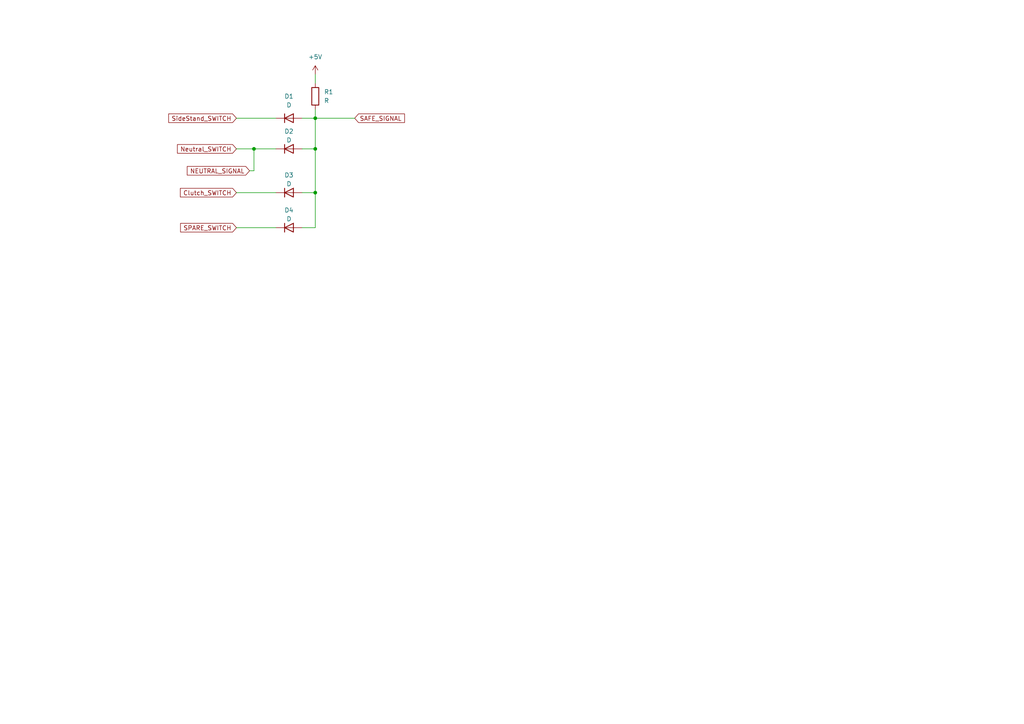
<source format=kicad_sch>
(kicad_sch (version 20230121) (generator eeschema)
  (paper "A4")
  (lib_symbols
    (symbol "Device:D" (pin_numbers hide) (pin_names (offset 1.016) hide)
      (property "Reference" "D" (at 0 2.54 0))
      (property "Value" "D" (at 0 -2.54 0))
      (symbol "D_0_1"
        (polyline (pts (xy -1.27 1.27) (xy -1.27 -1.27)) (stroke (width 0.254)))
        (polyline (pts (xy 1.27 0) (xy -1.27 0)))
        (polyline (pts (xy 1.27 1.27) (xy 1.27 -1.27) (xy -1.27 0) (xy 1.27 1.27)) (stroke (width 0.254)))
      )
      (symbol "D_1_1"
        (pin passive line (at -3.81 0 0) (length 2.54) (name "K") (number "1"))
        (pin passive line (at 3.81 0 180) (length 2.54) (name "A") (number "2"))
      )
    )
    (symbol "Device:R" (pin_numbers hide) (pin_names (offset 0))
      (property "Reference" "R" (at 2.032 0 90))
      (property "Value" "R" (at 0 0 90))
      (symbol "R_0_1"
        (rectangle (start -1.016 -2.54) (end 1.016 2.54) (stroke (width 0.254)))
      )
      (symbol "R_1_1"
        (pin passive line (at 0 3.81 270) (length 1.27) (name "~") (number "1"))
        (pin passive line (at 0 -3.81 90) (length 1.27) (name "~") (number "2"))
      )
    )
    (symbol "power:+5V" (power) (pin_names (offset 0))
      (property "Value" "+5V" (at 0 3.556 0))
      (symbol "+5V_0_1"
        (polyline (pts (xy -0.762 1.27) (xy 0 2.54)))
        (polyline (pts (xy 0 0) (xy 0 2.54)))
        (polyline (pts (xy 0 2.54) (xy 0.762 1.27)))
      )
      (symbol "+5V_1_1"
        (pin power_in line (at 0 0 90) (length 0) hide (name "+5V") (number "1"))
      )
    )
  )
  (junction (at 91.44 34.29))
  (junction (at 91.44 55.88))
  (junction (at 73.66 43.18))
  (junction (at 91.44 43.18))
  (wire (pts (xy 87.63 34.29) (xy 91.44 34.29)))
  (wire (pts (xy 72.39 49.53) (xy 73.66 49.53)))
  (wire (pts (xy 91.44 21.59) (xy 91.44 24.13)))
  (wire (pts (xy 68.58 43.18) (xy 73.66 43.18)))
  (wire (pts (xy 91.44 34.29) (xy 91.44 43.18)))
  (wire (pts (xy 73.66 49.53) (xy 73.66 43.18)))
  (wire (pts (xy 87.63 55.88) (xy 91.44 55.88)))
  (wire (pts (xy 91.44 34.29) (xy 102.87 34.29)))
  (wire (pts (xy 73.66 43.18) (xy 80.01 43.18)))
  (wire (pts (xy 87.63 66.04) (xy 91.44 66.04)))
  (wire (pts (xy 87.63 43.18) (xy 91.44 43.18)))
  (wire (pts (xy 91.44 55.88) (xy 91.44 66.04)))
  (wire (pts (xy 91.44 55.88) (xy 91.44 43.18)))
  (wire (pts (xy 68.58 34.29) (xy 80.01 34.29)))
  (wire (pts (xy 68.58 55.88) (xy 80.01 55.88)))
  (wire (pts (xy 68.58 66.04) (xy 80.01 66.04)))
  (wire (pts (xy 91.44 31.75) (xy 91.44 34.29)))
  (global_label "SAFE_SIGNAL" (shape input) (at 102.87 34.29 0) (property "Intersheetrefs" "${INTERSHEET_REFS}" (effects hide)))
  (global_label "Neutral_SWITCH" (shape input) (at 68.58 43.18 180) (property "Intersheetrefs" "${INTERSHEET_REFS}" (effects hide)))
  (global_label "Clutch_SWITCH" (shape input) (at 68.58 55.88 180) (property "Intersheetrefs" "${INTERSHEET_REFS}" (effects hide)))
  (global_label "SPARE_SWITCH" (shape input) (at 68.58 66.04 180) (property "Intersheetrefs" "${INTERSHEET_REFS}" (effects hide)))
  (global_label "SideStand_SWITCH" (shape input) (at 68.58 34.29 180) (property "Intersheetrefs" "${INTERSHEET_REFS}" (effects hide)))
  (global_label "NEUTRAL_SIGNAL" (shape input) (at 72.39 49.53 180) (property "Intersheetrefs" "${INTERSHEET_REFS}" (effects hide)))
  (symbol (lib_id "Device:R") (at 91.44 27.94 0) (unit 1)
    (property "Reference" "R1" (at 93.98 26.67 0) (effects (justify left)))
    (property "Value" "R" (at 93.98 29.21 0) (effects (justify left)))
    (property "Footprint" "Resistor_SMD:R_0805_2012Metric_Pad1.20x1.40mm_HandSolder" (effects hide))
  )
  (symbol (lib_id "power:+5V") (at 91.44 21.59 0) (unit 1)
    (property "Reference" "#PWR07" (effects hide))
    (property "Value" "+5V" (at 91.44 16.51 0))
  )
  (symbol (lib_id "Device:D") (at 83.82 55.88 0) (unit 1)
    (property "Reference" "D3" (at 83.82 50.8 0))
    (property "Value" "D" (at 83.82 53.34 0))
    (property "Footprint" "Diode_SMD:D_0805_2012Metric_Pad1.15x1.40mm_HandSolder" (effects hide))
    (property "Sim.Device" "D" (effects hide))
    (property "Sim.Pins" "1=K 2=A" (effects hide))
  )
  (symbol (lib_id "Device:D") (at 83.82 66.04 0) (unit 1)
    (property "Reference" "D4" (at 83.82 60.96 0))
    (property "Value" "D" (at 83.82 63.5 0))
    (property "Footprint" "Diode_SMD:D_0805_2012Metric_Pad1.15x1.40mm_HandSolder" (effects hide))
    (property "Sim.Device" "D" (effects hide))
    (property "Sim.Pins" "1=K 2=A" (effects hide))
  )
  (symbol (lib_id "Device:D") (at 83.82 43.18 0) (unit 1)
    (property "Reference" "D2" (at 83.82 38.1 0))
    (property "Value" "D" (at 83.82 40.64 0))
    (property "Footprint" "Diode_SMD:D_0805_2012Metric_Pad1.15x1.40mm_HandSolder" (effects hide))
    (property "Sim.Device" "D" (effects hide))
    (property "Sim.Pins" "1=K 2=A" (effects hide))
  )
  (symbol (lib_id "Device:D") (at 83.82 34.29 0) (unit 1)
    (property "Reference" "D1" (at 83.82 27.94 0))
    (property "Value" "D" (at 83.82 30.48 0))
    (property "Footprint" "Diode_SMD:D_0805_2012Metric_Pad1.15x1.40mm_HandSolder" (effects hide))
    (property "Sim.Device" "D" (effects hide))
    (property "Sim.Pins" "1=K 2=A" (effects hide))
  )
)
</source>
